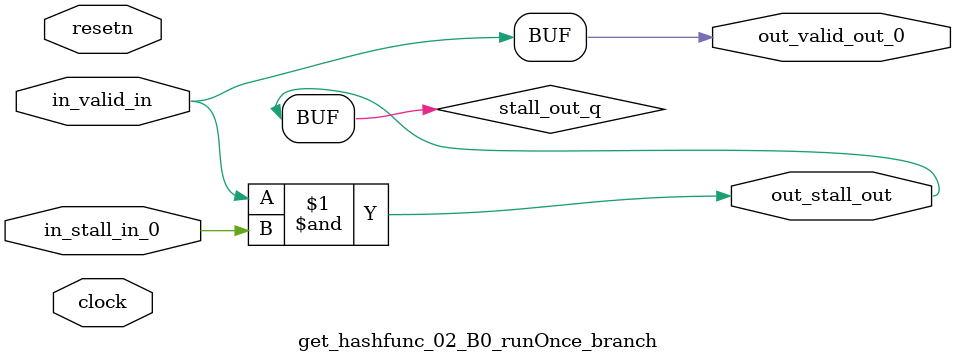
<source format=sv>



(* altera_attribute = "-name AUTO_SHIFT_REGISTER_RECOGNITION OFF; -name MESSAGE_DISABLE 10036; -name MESSAGE_DISABLE 10037; -name MESSAGE_DISABLE 14130; -name MESSAGE_DISABLE 14320; -name MESSAGE_DISABLE 15400; -name MESSAGE_DISABLE 14130; -name MESSAGE_DISABLE 10036; -name MESSAGE_DISABLE 12020; -name MESSAGE_DISABLE 12030; -name MESSAGE_DISABLE 12010; -name MESSAGE_DISABLE 12110; -name MESSAGE_DISABLE 14320; -name MESSAGE_DISABLE 13410; -name MESSAGE_DISABLE 113007; -name MESSAGE_DISABLE 10958" *)
module get_hashfunc_02_B0_runOnce_branch (
    input wire [0:0] in_stall_in_0,
    input wire [0:0] in_valid_in,
    output wire [0:0] out_stall_out,
    output wire [0:0] out_valid_out_0,
    input wire clock,
    input wire resetn
    );

    wire [0:0] stall_out_q;


    // stall_out(LOGICAL,6)
    assign stall_out_q = in_valid_in & in_stall_in_0;

    // out_stall_out(GPOUT,4)
    assign out_stall_out = stall_out_q;

    // out_valid_out_0(GPOUT,5)
    assign out_valid_out_0 = in_valid_in;

endmodule

</source>
